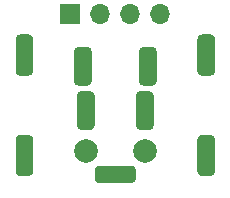
<source format=gbr>
%TF.GenerationSoftware,KiCad,Pcbnew,(5.1.6-0-10_14)*%
%TF.CreationDate,2020-09-14T10:06:51+09:00*%
%TF.ProjectId,breakout_DIN4,62726561-6b6f-4757-945f-44494e342e6b,rev?*%
%TF.SameCoordinates,Original*%
%TF.FileFunction,Soldermask,Top*%
%TF.FilePolarity,Negative*%
%FSLAX46Y46*%
G04 Gerber Fmt 4.6, Leading zero omitted, Abs format (unit mm)*
G04 Created by KiCad (PCBNEW (5.1.6-0-10_14)) date 2020-09-14 10:06:51*
%MOMM*%
%LPD*%
G01*
G04 APERTURE LIST*
%ADD10O,1.700000X1.700000*%
%ADD11R,1.700000X1.700000*%
%ADD12C,2.000000*%
G04 APERTURE END LIST*
D10*
%TO.C,J1*%
X118110000Y-99060000D03*
X115570000Y-99060000D03*
X113030000Y-99060000D03*
D11*
X110490000Y-99060000D03*
%TD*%
%TO.C,U1*%
G36*
G01*
X110800000Y-104725000D02*
X110800000Y-102175000D01*
G75*
G02*
X111175000Y-101800000I375000J0D01*
G01*
X111925000Y-101800000D01*
G75*
G02*
X112300000Y-102175000I0J-375000D01*
G01*
X112300000Y-104725000D01*
G75*
G02*
X111925000Y-105100000I-375000J0D01*
G01*
X111175000Y-105100000D01*
G75*
G02*
X110800000Y-104725000I0J375000D01*
G01*
G37*
G36*
G01*
X116300000Y-104725000D02*
X116300000Y-102175000D01*
G75*
G02*
X116675000Y-101800000I375000J0D01*
G01*
X117425000Y-101800000D01*
G75*
G02*
X117800000Y-102175000I0J-375000D01*
G01*
X117800000Y-104725000D01*
G75*
G02*
X117425000Y-105100000I-375000J0D01*
G01*
X116675000Y-105100000D01*
G75*
G02*
X116300000Y-104725000I0J375000D01*
G01*
G37*
G36*
G01*
X111050000Y-108475000D02*
X111050000Y-105925000D01*
G75*
G02*
X111425000Y-105550000I375000J0D01*
G01*
X112175000Y-105550000D01*
G75*
G02*
X112550000Y-105925000I0J-375000D01*
G01*
X112550000Y-108475000D01*
G75*
G02*
X112175000Y-108850000I-375000J0D01*
G01*
X111425000Y-108850000D01*
G75*
G02*
X111050000Y-108475000I0J375000D01*
G01*
G37*
G36*
G01*
X116050000Y-108475000D02*
X116050000Y-105925000D01*
G75*
G02*
X116425000Y-105550000I375000J0D01*
G01*
X117175000Y-105550000D01*
G75*
G02*
X117550000Y-105925000I0J-375000D01*
G01*
X117550000Y-108475000D01*
G75*
G02*
X117175000Y-108850000I-375000J0D01*
G01*
X116425000Y-108850000D01*
G75*
G02*
X116050000Y-108475000I0J375000D01*
G01*
G37*
G36*
G01*
X115675000Y-113350000D02*
X112925000Y-113350000D01*
G75*
G02*
X112550000Y-112975000I0J375000D01*
G01*
X112550000Y-112225000D01*
G75*
G02*
X112925000Y-111850000I375000J0D01*
G01*
X115675000Y-111850000D01*
G75*
G02*
X116050000Y-112225000I0J-375000D01*
G01*
X116050000Y-112975000D01*
G75*
G02*
X115675000Y-113350000I-375000J0D01*
G01*
G37*
G36*
G01*
X107350000Y-101125000D02*
X107350000Y-103875000D01*
G75*
G02*
X106975000Y-104250000I-375000J0D01*
G01*
X106225000Y-104250000D01*
G75*
G02*
X105850000Y-103875000I0J375000D01*
G01*
X105850000Y-101125000D01*
G75*
G02*
X106225000Y-100750000I375000J0D01*
G01*
X106975000Y-100750000D01*
G75*
G02*
X107350000Y-101125000I0J-375000D01*
G01*
G37*
G36*
G01*
X122750000Y-101125000D02*
X122750000Y-103875000D01*
G75*
G02*
X122375000Y-104250000I-375000J0D01*
G01*
X121625000Y-104250000D01*
G75*
G02*
X121250000Y-103875000I0J375000D01*
G01*
X121250000Y-101125000D01*
G75*
G02*
X121625000Y-100750000I375000J0D01*
G01*
X122375000Y-100750000D01*
G75*
G02*
X122750000Y-101125000I0J-375000D01*
G01*
G37*
G36*
G01*
X107350000Y-109625000D02*
X107350000Y-112375000D01*
G75*
G02*
X106975000Y-112750000I-375000J0D01*
G01*
X106225000Y-112750000D01*
G75*
G02*
X105850000Y-112375000I0J375000D01*
G01*
X105850000Y-109625000D01*
G75*
G02*
X106225000Y-109250000I375000J0D01*
G01*
X106975000Y-109250000D01*
G75*
G02*
X107350000Y-109625000I0J-375000D01*
G01*
G37*
G36*
G01*
X122750000Y-109625000D02*
X122750000Y-112375000D01*
G75*
G02*
X122375000Y-112750000I-375000J0D01*
G01*
X121625000Y-112750000D01*
G75*
G02*
X121250000Y-112375000I0J375000D01*
G01*
X121250000Y-109625000D01*
G75*
G02*
X121625000Y-109250000I375000J0D01*
G01*
X122375000Y-109250000D01*
G75*
G02*
X122750000Y-109625000I0J-375000D01*
G01*
G37*
D12*
X111800000Y-110600000D03*
X116800000Y-110600000D03*
%TD*%
M02*

</source>
